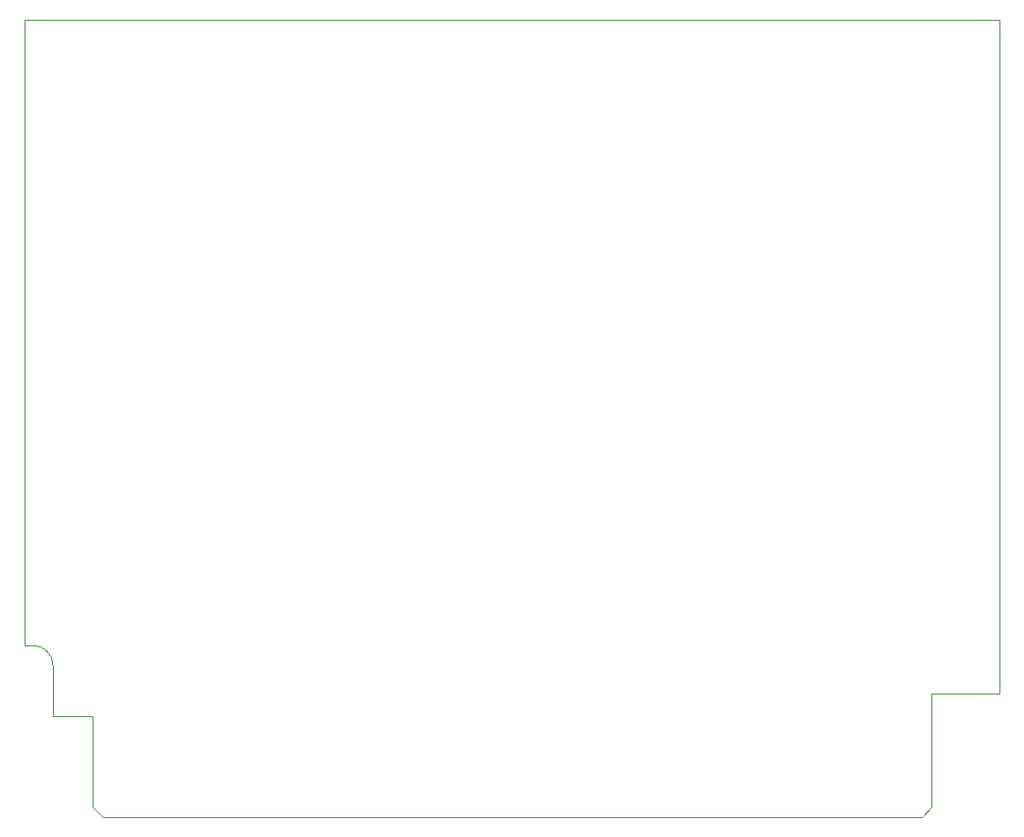
<source format=gbr>
G04 #@! TF.GenerationSoftware,KiCad,Pcbnew,(5.1.8)-1*
G04 #@! TF.CreationDate,2021-03-23T16:42:47+09:00*
G04 #@! TF.ProjectId,NEW_KANJI_ROM,4e45575f-4b41-44e4-9a49-5f524f4d2e6b,rev?*
G04 #@! TF.SameCoordinates,PX312c610PY9b45830*
G04 #@! TF.FileFunction,Profile,NP*
%FSLAX46Y46*%
G04 Gerber Fmt 4.6, Leading zero omitted, Abs format (unit mm)*
G04 Created by KiCad (PCBNEW (5.1.8)-1) date 2021-03-23 16:42:47*
%MOMM*%
%LPD*%
G01*
G04 APERTURE LIST*
G04 #@! TA.AperFunction,Profile*
%ADD10C,0.050000*%
G04 #@! TD*
G04 APERTURE END LIST*
D10*
X762000Y15367000D02*
X0Y15367000D01*
X2540000Y13589000D02*
X2540000Y9017000D01*
X762000Y15367000D02*
G75*
G02*
X2540000Y13589000I0J-1778000D01*
G01*
X0Y71501000D02*
X87376000Y71501000D01*
X87376000Y11049000D02*
X87376000Y71501000D01*
X0Y15367000D02*
X0Y71501000D01*
X6096000Y9017000D02*
X2540000Y9017000D01*
X81280000Y11049000D02*
X87376000Y11049000D01*
X6096000Y889000D02*
X6985000Y0D01*
X81280000Y889000D02*
X81280000Y11049000D01*
X80391000Y0D02*
X81280000Y889000D01*
X6985000Y0D02*
X80391000Y0D01*
X6096000Y9017000D02*
X6096000Y889000D01*
M02*

</source>
